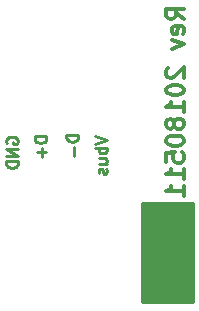
<source format=gbo>
%TF.GenerationSoftware,KiCad,Pcbnew,(5.1.2-1)-1*%
%TF.CreationDate,2019-05-29T15:28:05+01:00*%
%TF.ProjectId,a5v11-mod-01,61357631-312d-46d6-9f64-2d30312e6b69,rev?*%
%TF.SameCoordinates,PX3740df8PY3c191b8*%
%TF.FileFunction,Legend,Bot*%
%TF.FilePolarity,Positive*%
%FSLAX46Y46*%
G04 Gerber Fmt 4.6, Leading zero omitted, Abs format (unit mm)*
G04 Created by KiCad (PCBNEW (5.1.2-1)-1) date 2019-05-29 15:28:05*
%MOMM*%
%LPD*%
G04 APERTURE LIST*
%ADD10C,0.300000*%
%ADD11C,0.250000*%
%ADD12C,0.254000*%
G04 APERTURE END LIST*
D10*
X11067171Y22047115D02*
X10352885Y22547115D01*
X11067171Y22904258D02*
X9567171Y22904258D01*
X9567171Y22332829D01*
X9638600Y22189972D01*
X9710028Y22118543D01*
X9852885Y22047115D01*
X10067171Y22047115D01*
X10210028Y22118543D01*
X10281457Y22189972D01*
X10352885Y22332829D01*
X10352885Y22904258D01*
X10995742Y20832829D02*
X11067171Y20975686D01*
X11067171Y21261400D01*
X10995742Y21404258D01*
X10852885Y21475686D01*
X10281457Y21475686D01*
X10138600Y21404258D01*
X10067171Y21261400D01*
X10067171Y20975686D01*
X10138600Y20832829D01*
X10281457Y20761400D01*
X10424314Y20761400D01*
X10567171Y21475686D01*
X10067171Y20261400D02*
X11067171Y19904258D01*
X10067171Y19547115D01*
X9710028Y17904258D02*
X9638600Y17832829D01*
X9567171Y17689972D01*
X9567171Y17332829D01*
X9638600Y17189972D01*
X9710028Y17118543D01*
X9852885Y17047115D01*
X9995742Y17047115D01*
X10210028Y17118543D01*
X11067171Y17975686D01*
X11067171Y17047115D01*
X9567171Y16118543D02*
X9567171Y15975686D01*
X9638600Y15832829D01*
X9710028Y15761400D01*
X9852885Y15689972D01*
X10138600Y15618543D01*
X10495742Y15618543D01*
X10781457Y15689972D01*
X10924314Y15761400D01*
X10995742Y15832829D01*
X11067171Y15975686D01*
X11067171Y16118543D01*
X10995742Y16261400D01*
X10924314Y16332829D01*
X10781457Y16404258D01*
X10495742Y16475686D01*
X10138600Y16475686D01*
X9852885Y16404258D01*
X9710028Y16332829D01*
X9638600Y16261400D01*
X9567171Y16118543D01*
X11067171Y14189972D02*
X11067171Y15047115D01*
X11067171Y14618543D02*
X9567171Y14618543D01*
X9781457Y14761400D01*
X9924314Y14904258D01*
X9995742Y15047115D01*
X10210028Y13332829D02*
X10138600Y13475686D01*
X10067171Y13547115D01*
X9924314Y13618543D01*
X9852885Y13618543D01*
X9710028Y13547115D01*
X9638600Y13475686D01*
X9567171Y13332829D01*
X9567171Y13047115D01*
X9638600Y12904258D01*
X9710028Y12832829D01*
X9852885Y12761400D01*
X9924314Y12761400D01*
X10067171Y12832829D01*
X10138600Y12904258D01*
X10210028Y13047115D01*
X10210028Y13332829D01*
X10281457Y13475686D01*
X10352885Y13547115D01*
X10495742Y13618543D01*
X10781457Y13618543D01*
X10924314Y13547115D01*
X10995742Y13475686D01*
X11067171Y13332829D01*
X11067171Y13047115D01*
X10995742Y12904258D01*
X10924314Y12832829D01*
X10781457Y12761400D01*
X10495742Y12761400D01*
X10352885Y12832829D01*
X10281457Y12904258D01*
X10210028Y13047115D01*
X9567171Y11832829D02*
X9567171Y11689972D01*
X9638600Y11547115D01*
X9710028Y11475686D01*
X9852885Y11404258D01*
X10138600Y11332829D01*
X10495742Y11332829D01*
X10781457Y11404258D01*
X10924314Y11475686D01*
X10995742Y11547115D01*
X11067171Y11689972D01*
X11067171Y11832829D01*
X10995742Y11975686D01*
X10924314Y12047115D01*
X10781457Y12118543D01*
X10495742Y12189972D01*
X10138600Y12189972D01*
X9852885Y12118543D01*
X9710028Y12047115D01*
X9638600Y11975686D01*
X9567171Y11832829D01*
X9567171Y9975686D02*
X9567171Y10689972D01*
X10281457Y10761400D01*
X10210028Y10689972D01*
X10138600Y10547115D01*
X10138600Y10189972D01*
X10210028Y10047115D01*
X10281457Y9975686D01*
X10424314Y9904258D01*
X10781457Y9904258D01*
X10924314Y9975686D01*
X10995742Y10047115D01*
X11067171Y10189972D01*
X11067171Y10547115D01*
X10995742Y10689972D01*
X10924314Y10761400D01*
X11067171Y8475686D02*
X11067171Y9332829D01*
X11067171Y8904258D02*
X9567171Y8904258D01*
X9781457Y9047115D01*
X9924314Y9189972D01*
X9995742Y9332829D01*
X11067171Y7047115D02*
X11067171Y7904258D01*
X11067171Y7475686D02*
X9567171Y7475686D01*
X9781457Y7618543D01*
X9924314Y7761400D01*
X9995742Y7904258D01*
D11*
X2104980Y12258353D02*
X1104980Y12258353D01*
X1104980Y12020258D01*
X1152600Y11877400D01*
X1247838Y11782162D01*
X1343076Y11734543D01*
X1533552Y11686924D01*
X1676409Y11686924D01*
X1866885Y11734543D01*
X1962123Y11782162D01*
X2057361Y11877400D01*
X2104980Y12020258D01*
X2104980Y12258353D01*
X1724028Y11258353D02*
X1724028Y10496448D01*
X-595020Y12148353D02*
X-1595020Y12148353D01*
X-1595020Y11910258D01*
X-1547400Y11767400D01*
X-1452162Y11672162D01*
X-1356924Y11624543D01*
X-1166448Y11576924D01*
X-1023591Y11576924D01*
X-833115Y11624543D01*
X-737877Y11672162D01*
X-642639Y11767400D01*
X-595020Y11910258D01*
X-595020Y12148353D01*
X-975972Y11148353D02*
X-975972Y10386448D01*
X-595020Y10767400D02*
X-1356924Y10767400D01*
X-3947400Y11539305D02*
X-3995020Y11634543D01*
X-3995020Y11777400D01*
X-3947400Y11920258D01*
X-3852162Y12015496D01*
X-3756924Y12063115D01*
X-3566448Y12110734D01*
X-3423591Y12110734D01*
X-3233115Y12063115D01*
X-3137877Y12015496D01*
X-3042639Y11920258D01*
X-2995020Y11777400D01*
X-2995020Y11682162D01*
X-3042639Y11539305D01*
X-3090258Y11491686D01*
X-3423591Y11491686D01*
X-3423591Y11682162D01*
X-2995020Y11063115D02*
X-3995020Y11063115D01*
X-2995020Y10491686D01*
X-3995020Y10491686D01*
X-2995020Y10015496D02*
X-3995020Y10015496D01*
X-3995020Y9777400D01*
X-3947400Y9634543D01*
X-3852162Y9539305D01*
X-3756924Y9491686D01*
X-3566448Y9444067D01*
X-3423591Y9444067D01*
X-3233115Y9491686D01*
X-3137877Y9539305D01*
X-3042639Y9634543D01*
X-2995020Y9777400D01*
X-2995020Y10015496D01*
X3504980Y12160258D02*
X4504980Y11826924D01*
X3504980Y11493591D01*
X4504980Y11160258D02*
X3504980Y11160258D01*
X3885933Y11160258D02*
X3838314Y11065020D01*
X3838314Y10874543D01*
X3885933Y10779305D01*
X3933552Y10731686D01*
X4028790Y10684067D01*
X4314504Y10684067D01*
X4409742Y10731686D01*
X4457361Y10779305D01*
X4504980Y10874543D01*
X4504980Y11065020D01*
X4457361Y11160258D01*
X3838314Y9826924D02*
X4504980Y9826924D01*
X3838314Y10255496D02*
X4362123Y10255496D01*
X4457361Y10207877D01*
X4504980Y10112639D01*
X4504980Y9969781D01*
X4457361Y9874543D01*
X4409742Y9826924D01*
X4457361Y9398353D02*
X4504980Y9303115D01*
X4504980Y9112639D01*
X4457361Y9017400D01*
X4362123Y8969781D01*
X4314504Y8969781D01*
X4219266Y9017400D01*
X4171647Y9112639D01*
X4171647Y9255496D01*
X4124028Y9350734D01*
X4028790Y9398353D01*
X3981171Y9398353D01*
X3885933Y9350734D01*
X3838314Y9255496D01*
X3838314Y9112639D01*
X3885933Y9017400D01*
D12*
G36*
X11811000Y-1905000D02*
G01*
X7493000Y-1905000D01*
X7493000Y6477000D01*
X11811000Y6477000D01*
X11811000Y-1905000D01*
X11811000Y-1905000D01*
G37*
X11811000Y-1905000D02*
X7493000Y-1905000D01*
X7493000Y6477000D01*
X11811000Y6477000D01*
X11811000Y-1905000D01*
M02*

</source>
